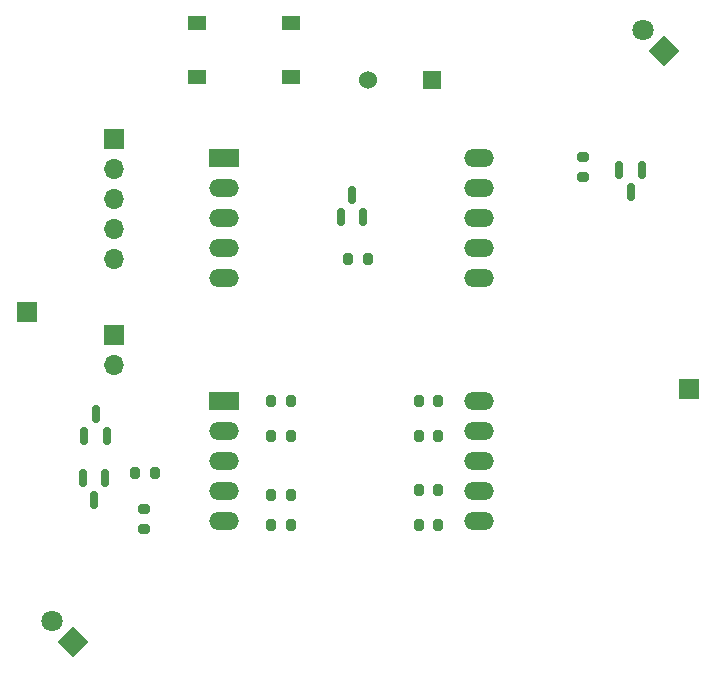
<source format=gbr>
%TF.GenerationSoftware,KiCad,Pcbnew,8.0.1*%
%TF.CreationDate,2024-04-22T14:35:34+03:00*%
%TF.ProjectId,Zar Electronic,5a617220-456c-4656-9374-726f6e69632e,rev?*%
%TF.SameCoordinates,Original*%
%TF.FileFunction,Soldermask,Top*%
%TF.FilePolarity,Negative*%
%FSLAX46Y46*%
G04 Gerber Fmt 4.6, Leading zero omitted, Abs format (unit mm)*
G04 Created by KiCad (PCBNEW 8.0.1) date 2024-04-22 14:35:34*
%MOMM*%
%LPD*%
G01*
G04 APERTURE LIST*
G04 Aperture macros list*
%AMRoundRect*
0 Rectangle with rounded corners*
0 $1 Rounding radius*
0 $2 $3 $4 $5 $6 $7 $8 $9 X,Y pos of 4 corners*
0 Add a 4 corners polygon primitive as box body*
4,1,4,$2,$3,$4,$5,$6,$7,$8,$9,$2,$3,0*
0 Add four circle primitives for the rounded corners*
1,1,$1+$1,$2,$3*
1,1,$1+$1,$4,$5*
1,1,$1+$1,$6,$7*
1,1,$1+$1,$8,$9*
0 Add four rect primitives between the rounded corners*
20,1,$1+$1,$2,$3,$4,$5,0*
20,1,$1+$1,$4,$5,$6,$7,0*
20,1,$1+$1,$6,$7,$8,$9,0*
20,1,$1+$1,$8,$9,$2,$3,0*%
%AMRotRect*
0 Rectangle, with rotation*
0 The origin of the aperture is its center*
0 $1 length*
0 $2 width*
0 $3 Rotation angle, in degrees counterclockwise*
0 Add horizontal line*
21,1,$1,$2,0,0,$3*%
G04 Aperture macros list end*
%ADD10RoundRect,0.200000X-0.200000X-0.275000X0.200000X-0.275000X0.200000X0.275000X-0.200000X0.275000X0*%
%ADD11RoundRect,0.150000X-0.150000X0.587500X-0.150000X-0.587500X0.150000X-0.587500X0.150000X0.587500X0*%
%ADD12RoundRect,0.200000X0.200000X0.275000X-0.200000X0.275000X-0.200000X-0.275000X0.200000X-0.275000X0*%
%ADD13R,2.524000X1.524000*%
%ADD14O,2.524000X1.524000*%
%ADD15R,1.700000X1.700000*%
%ADD16R,1.550000X1.300000*%
%ADD17RoundRect,0.200000X0.275000X-0.200000X0.275000X0.200000X-0.275000X0.200000X-0.275000X-0.200000X0*%
%ADD18RoundRect,0.150000X0.150000X-0.587500X0.150000X0.587500X-0.150000X0.587500X-0.150000X-0.587500X0*%
%ADD19RotRect,1.800000X1.800000X135.000000*%
%ADD20C,1.800000*%
%ADD21O,1.700000X1.700000*%
%ADD22R,1.524000X1.524000*%
%ADD23C,1.524000*%
G04 APERTURE END LIST*
D10*
%TO.C,R4*%
X121175000Y-82500000D03*
X122825000Y-82500000D03*
%TD*%
D11*
%TO.C,Q7*%
X107100000Y-86000000D03*
X105200000Y-86000000D03*
X106150000Y-87875000D03*
%TD*%
D12*
%TO.C,R1*%
X135325000Y-87000000D03*
X133675000Y-87000000D03*
%TD*%
D13*
%TO.C,U2*%
X117200000Y-79500000D03*
D14*
X117200000Y-82042400D03*
X117195000Y-84582400D03*
X117195000Y-87122400D03*
X117200000Y-89662400D03*
X138800000Y-89662400D03*
X138795000Y-87122400D03*
X138795000Y-84582400D03*
X138800000Y-82042400D03*
X138800000Y-79500000D03*
%TD*%
D12*
%TO.C,R7*%
X135325000Y-79500000D03*
X133675000Y-79500000D03*
%TD*%
D15*
%TO.C,J3*%
X156500000Y-78500000D03*
%TD*%
D16*
%TO.C,SW1*%
X114897000Y-47534000D03*
X122847000Y-47534000D03*
X114897000Y-52034000D03*
X122847000Y-52034000D03*
%TD*%
D11*
%TO.C,Q8*%
X152550000Y-59962500D03*
X150650000Y-59962500D03*
X151600000Y-61837500D03*
%TD*%
D10*
%TO.C,R8*%
X121175000Y-90000000D03*
X122825000Y-90000000D03*
%TD*%
D15*
%TO.C,J2*%
X100500000Y-72000000D03*
%TD*%
D10*
%TO.C,R5*%
X121175000Y-79500000D03*
X122825000Y-79500000D03*
%TD*%
D17*
%TO.C,R14*%
X110400000Y-90325000D03*
X110400000Y-88675000D03*
%TD*%
D13*
%TO.C,U3*%
X117200000Y-58900000D03*
D14*
X117200000Y-61442400D03*
X117195000Y-63982400D03*
X117195000Y-66522400D03*
X117200000Y-69062400D03*
X138800000Y-69062400D03*
X138795000Y-66522400D03*
X138795000Y-63982400D03*
X138800000Y-61442400D03*
X138800000Y-58900000D03*
%TD*%
D17*
%TO.C,R13*%
X147600000Y-60525000D03*
X147600000Y-58875000D03*
%TD*%
D10*
%TO.C,R12*%
X109675000Y-85600000D03*
X111325000Y-85600000D03*
%TD*%
D12*
%TO.C,R6*%
X135325000Y-82500000D03*
X133675000Y-82500000D03*
%TD*%
D18*
%TO.C,Q1*%
X127050000Y-63937500D03*
X128950000Y-63937500D03*
X128000000Y-62062500D03*
%TD*%
D19*
%TO.C,D2*%
X104401561Y-99901561D03*
D20*
X102605510Y-98105510D03*
%TD*%
D19*
%TO.C,Q6*%
X154401562Y-49901562D03*
D20*
X152605511Y-48105511D03*
%TD*%
D15*
%TO.C,J4*%
X107900000Y-57300000D03*
D21*
X107900000Y-59840000D03*
X107900000Y-62380000D03*
X107900000Y-64920000D03*
X107900000Y-67460000D03*
%TD*%
D18*
%TO.C,Q9*%
X105350000Y-82437500D03*
X107250000Y-82437500D03*
X106300000Y-80562500D03*
%TD*%
D12*
%TO.C,R2*%
X135325000Y-90000000D03*
X133675000Y-90000000D03*
%TD*%
%TO.C,R9*%
X129325000Y-67500000D03*
X127675000Y-67500000D03*
%TD*%
D10*
%TO.C,R3*%
X121175000Y-87500000D03*
X122825000Y-87500000D03*
%TD*%
D15*
%TO.C,J1*%
X107900000Y-73900000D03*
D21*
X107900000Y-76440000D03*
%TD*%
D22*
%TO.C,BZ1*%
X134823200Y-52324000D03*
D23*
X129336800Y-52324000D03*
%TD*%
M02*

</source>
